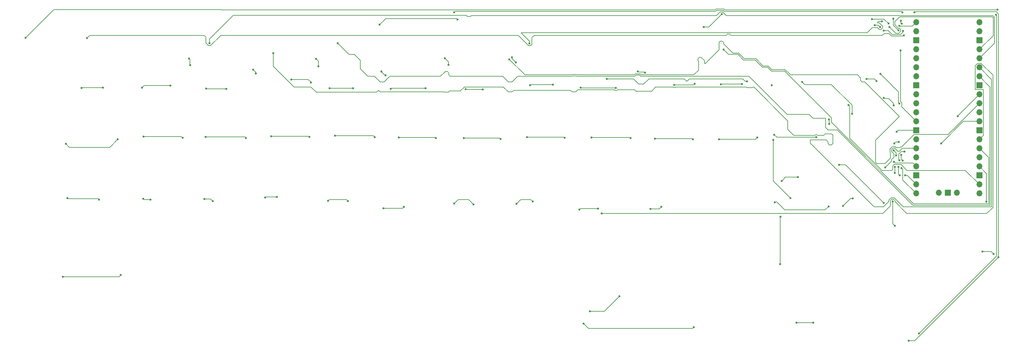
<source format=gbr>
%TF.GenerationSoftware,KiCad,Pcbnew,9.0.6*%
%TF.CreationDate,2025-12-29T14:25:08-05:00*%
%TF.ProjectId,keyboardepi pico,6b657962-6f61-4726-9465-706920706963,rev?*%
%TF.SameCoordinates,Original*%
%TF.FileFunction,Copper,L1,Top*%
%TF.FilePolarity,Positive*%
%FSLAX46Y46*%
G04 Gerber Fmt 4.6, Leading zero omitted, Abs format (unit mm)*
G04 Created by KiCad (PCBNEW 9.0.6) date 2025-12-29 14:25:08*
%MOMM*%
%LPD*%
G01*
G04 APERTURE LIST*
%TA.AperFunction,ComponentPad*%
%ADD10O,1.700000X1.700000*%
%TD*%
%TA.AperFunction,ComponentPad*%
%ADD11R,1.700000X1.700000*%
%TD*%
%TA.AperFunction,ViaPad*%
%ADD12C,0.600000*%
%TD*%
%TA.AperFunction,Conductor*%
%ADD13C,0.200000*%
%TD*%
G04 APERTURE END LIST*
D10*
%TO.P,U1,1,GPIO0*%
%TO.N,col0*%
X287496250Y-13970000D03*
%TO.P,U1,2,GPIO1*%
%TO.N,col1*%
X287496250Y-16510000D03*
D11*
%TO.P,U1,3,GND*%
%TO.N,unconnected-(U1-GND-Pad3)*%
X287496250Y-19050000D03*
D10*
%TO.P,U1,4,GPIO2*%
%TO.N,col2*%
X287496250Y-21590000D03*
%TO.P,U1,5,GPIO3*%
%TO.N,col3*%
X287496250Y-24130000D03*
%TO.P,U1,6,GPIO4*%
%TO.N,col4*%
X287496250Y-26670000D03*
%TO.P,U1,7,GPIO5*%
%TO.N,col5*%
X287496250Y-29210000D03*
D11*
%TO.P,U1,8,GND*%
%TO.N,unconnected-(U1-GND-Pad8)*%
X287496250Y-31750000D03*
D10*
%TO.P,U1,9,GPIO6*%
%TO.N,col6*%
X287496250Y-34290000D03*
%TO.P,U1,10,GPIO7*%
%TO.N,col7*%
X287496250Y-36830000D03*
%TO.P,U1,11,GPIO8*%
%TO.N,col8*%
X287496250Y-39370000D03*
%TO.P,U1,12,GPIO9*%
%TO.N,col9*%
X287496250Y-41910000D03*
D11*
%TO.P,U1,13,GND*%
%TO.N,unconnected-(U1-GND-Pad13)*%
X287496250Y-44450000D03*
D10*
%TO.P,U1,14,GPIO10*%
%TO.N,col10*%
X287496250Y-46990000D03*
%TO.P,U1,15,GPIO11*%
%TO.N,col11*%
X287496250Y-49530000D03*
%TO.P,U1,16,GPIO12*%
%TO.N,col12*%
X287496250Y-52070000D03*
%TO.P,U1,17,GPIO13*%
%TO.N,col13*%
X287496250Y-54610000D03*
D11*
%TO.P,U1,18,GND*%
%TO.N,unconnected-(U1-GND-Pad18)*%
X287496250Y-57150000D03*
D10*
%TO.P,U1,19,GPIO14*%
%TO.N,col14*%
X287496250Y-59690000D03*
%TO.P,U1,20,GPIO15*%
%TO.N,unconnected-(U1-GPIO15-Pad20)*%
X287496250Y-62230000D03*
%TO.P,U1,21,GPIO16*%
%TO.N,row0*%
X269716250Y-62230000D03*
%TO.P,U1,22,GPIO17*%
%TO.N,row1*%
X269716250Y-59690000D03*
D11*
%TO.P,U1,23,GND*%
%TO.N,unconnected-(U1-GND-Pad23)*%
X269716250Y-57150000D03*
D10*
%TO.P,U1,24,GPIO18*%
%TO.N,row2*%
X269716250Y-54610000D03*
%TO.P,U1,25,GPIO19*%
%TO.N,row3*%
X269716250Y-52070000D03*
%TO.P,U1,26,GPIO20*%
%TO.N,row4*%
X269716250Y-49530000D03*
%TO.P,U1,27,GPIO21*%
%TO.N,unconnected-(U1-GPIO21-Pad27)*%
X269716250Y-46990000D03*
D11*
%TO.P,U1,28,GND*%
%TO.N,gnd*%
X269716250Y-44450000D03*
D10*
%TO.P,U1,29,GPIO22*%
%TO.N,data in led*%
X269716250Y-41910000D03*
%TO.P,U1,30,RUN*%
%TO.N,unconnected-(U1-RUN-Pad30)*%
X269716250Y-39370000D03*
%TO.P,U1,31,GPIO26_ADC0*%
%TO.N,unconnected-(U1-GPIO26_ADC0-Pad31)*%
X269716250Y-36830000D03*
%TO.P,U1,32,GPIO27_ADC1*%
%TO.N,unconnected-(U1-GPIO27_ADC1-Pad32)*%
X269716250Y-34290000D03*
D11*
%TO.P,U1,33,AGND*%
%TO.N,unconnected-(U1-AGND-Pad33)*%
X269716250Y-31750000D03*
D10*
%TO.P,U1,34,GPIO28_ADC2*%
%TO.N,unconnected-(U1-GPIO28_ADC2-Pad34)*%
X269716250Y-29210000D03*
%TO.P,U1,35,ADC_VREF*%
%TO.N,unconnected-(U1-ADC_VREF-Pad35)*%
X269716250Y-26670000D03*
%TO.P,U1,36,3V3*%
%TO.N,unconnected-(U1-3V3-Pad36)*%
X269716250Y-24130000D03*
%TO.P,U1,37,3V3_EN*%
%TO.N,unconnected-(U1-3V3_EN-Pad37)*%
X269716250Y-21590000D03*
D11*
%TO.P,U1,38,GND*%
%TO.N,unconnected-(U1-GND-Pad38)*%
X269716250Y-19050000D03*
D10*
%TO.P,U1,39,VSYS*%
%TO.N,unconnected-(U1-VSYS-Pad39)*%
X269716250Y-16510000D03*
%TO.P,U1,40,VBUS*%
%TO.N,5v*%
X269716250Y-13970000D03*
%TO.P,U1,41,SWCLK*%
%TO.N,unconnected-(U1-SWCLK-Pad41)*%
X281146250Y-62000000D03*
D11*
%TO.P,U1,42,GND*%
%TO.N,unconnected-(U1-GND-Pad42)*%
X278606250Y-62000000D03*
D10*
%TO.P,U1,43,SWDIO*%
%TO.N,unconnected-(U1-SWDIO-Pad43)*%
X276066250Y-62000000D03*
%TD*%
D12*
%TO.N,row4*%
X263753600Y-71348600D03*
X261010400Y-54914800D03*
X240817400Y-98679000D03*
X236016800Y-98679000D03*
X207137000Y-99974400D03*
X176149000Y-98933000D03*
%TO.N,Net-(D6-A)*%
X120472200Y-28956000D03*
%TO.N,Net-(D5-A)*%
X101549200Y-26339800D03*
%TO.N,Net-(D3-A)*%
X65506600Y-26009600D03*
%TO.N,row0*%
X34950400Y-32435800D03*
X40944800Y-32385000D03*
X51943000Y-32385000D03*
X59893200Y-31775400D03*
X69977000Y-32613600D03*
X75692000Y-32689800D03*
X99466400Y-30962600D03*
X111302800Y-32562800D03*
X104749600Y-32537400D03*
X121894600Y-32766000D03*
X131724400Y-32537400D03*
X147828000Y-32918400D03*
X142976600Y-32842200D03*
X161112200Y-31699200D03*
X167563800Y-31546800D03*
X175336200Y-32359600D03*
X185267600Y-32512000D03*
X207441800Y-31292800D03*
X201701400Y-31623000D03*
X214757000Y-31445200D03*
X220726000Y-31394400D03*
X258572000Y-30530800D03*
X255803400Y-29895800D03*
%TO.N,Net-(D4-A)*%
X83235800Y-27330400D03*
X83947000Y-28422600D03*
%TO.N,row3*%
X29718000Y-85699600D03*
X45999400Y-85242400D03*
%TO.N,row2*%
X31013400Y-63525400D03*
X39903400Y-64008000D03*
X52349400Y-63754000D03*
X54330600Y-63931800D03*
X71882000Y-64414400D03*
X69520251Y-63800151D03*
X89916000Y-63195200D03*
X86639400Y-63373000D03*
X104292400Y-64287400D03*
X109880400Y-64363600D03*
X125603000Y-66014600D03*
X119862600Y-66421000D03*
X139776200Y-65100200D03*
X145186400Y-65328800D03*
X157302200Y-65151000D03*
X161848800Y-64516000D03*
X180213000Y-66548000D03*
X175031400Y-66725800D03*
X194970400Y-66598800D03*
X198018400Y-66014600D03*
X245084600Y-65913000D03*
X229920800Y-64693800D03*
X251891800Y-63627000D03*
X249174000Y-65735200D03*
%TO.N,row1*%
X214299800Y-46939200D03*
X225018600Y-46431200D03*
X206883000Y-46939200D03*
X196240400Y-46812200D03*
X189357000Y-46609000D03*
X178409600Y-46431200D03*
X160248600Y-46329600D03*
X170865800Y-46558200D03*
X152831800Y-46837600D03*
X142519400Y-46609000D03*
X134569200Y-46609000D03*
X124206000Y-46456600D03*
X106273600Y-45923200D03*
X117398800Y-46355000D03*
X88290400Y-46126400D03*
X99060000Y-46304200D03*
X81203800Y-46609000D03*
X69875400Y-46304200D03*
X52400200Y-46151800D03*
X63373000Y-46507400D03*
X45110400Y-46964600D03*
X30556200Y-48260000D03*
X229793800Y-45643800D03*
X241604800Y-46355000D03*
%TO.N,Net-(D120-A)*%
X245193879Y-41345800D03*
X245262400Y-42595800D03*
%TO.N,row1*%
X264820400Y-47726600D03*
%TO.N,row0*%
X93954600Y-30073600D03*
X229057200Y-31673800D03*
X265506200Y-51333400D03*
X265627806Y-55103777D03*
X265912600Y-52933600D03*
%TO.N,Net-(D3-A)*%
X65151000Y-24155400D03*
%TO.N,Net-(D5-A)*%
X100888800Y-24257000D03*
%TO.N,Net-(D6-A)*%
X119303800Y-27813000D03*
%TO.N,Net-(D7-A)*%
X137134600Y-24104600D03*
X138125200Y-25984200D03*
%TO.N,Net-(D8-A)*%
X157099000Y-25273000D03*
X156006800Y-23876000D03*
%TO.N,Net-(D10-A)*%
X193421000Y-28186000D03*
X191389000Y-27814000D03*
%TO.N,data in led*%
X265353800Y-21920200D03*
X265836400Y-11150600D03*
X139801600Y-11114800D03*
X263296400Y-12903200D03*
X264718800Y-16230600D03*
%TO.N,gnd*%
X259588000Y-15290800D03*
X264718800Y-54737000D03*
X266012253Y-16354694D03*
X265054864Y-57114200D03*
X260604000Y-16306800D03*
X264971728Y-52906397D03*
X264210800Y-44831000D03*
X258038600Y-14782800D03*
X266454687Y-50389752D03*
%TO.N,5v*%
X267589000Y-103733600D03*
X257302000Y-13055600D03*
X291465000Y-79324200D03*
X265024479Y-14931622D03*
X177927000Y-95504000D03*
X288391600Y-78638400D03*
X261950200Y-14300200D03*
X269240000Y-11114800D03*
X292875543Y-80211400D03*
X186258200Y-91262200D03*
%TO.N,row1*%
X263550400Y-48133000D03*
X263753600Y-54762400D03*
X263702800Y-56464200D03*
X264083800Y-51511200D03*
X266566248Y-57150000D03*
X263423400Y-50114200D03*
%TO.N,Net-(D29-DOUT)*%
X118795800Y-14605000D03*
X140716000Y-13131800D03*
%TO.N,row2*%
X263433800Y-53335219D03*
%TO.N,Net-(D44-DOUT)*%
X215036400Y-11684000D03*
X209956400Y-15290800D03*
%TO.N,Net-(D59-DOUT)*%
X270535400Y-101701600D03*
X292151895Y-11848848D03*
%TO.N,row4*%
X263118600Y-64516000D03*
%TO.N,col0*%
X19170388Y-18355748D03*
X292633400Y-10337800D03*
%TO.N,col1*%
X266297619Y-17654494D03*
X36449000Y-18389600D03*
%TO.N,col2*%
X262204200Y-15290800D03*
%TO.N,col3*%
X70949000Y-19890000D03*
%TO.N,col4*%
X88925400Y-22682200D03*
%TO.N,col5*%
X106979000Y-19890000D03*
%TO.N,col6*%
X264987950Y-36891865D03*
X259664200Y-28498800D03*
X281406600Y-40436800D03*
%TO.N,col7*%
X155295600Y-24434800D03*
%TO.N,col8*%
X260096000Y-13705600D03*
X160979000Y-19900000D03*
X265676187Y-14385929D03*
X265455400Y-13469000D03*
%TO.N,col9*%
X182727600Y-29946600D03*
X222182881Y-30595000D03*
X251688600Y-39725600D03*
X237667800Y-30759400D03*
X263403800Y-37389018D03*
X260604000Y-35280600D03*
X276783800Y-48107600D03*
%TO.N,col10*%
X181229000Y-67868800D03*
%TO.N,col11*%
X215519000Y-21666200D03*
%TO.N,col12*%
X248031000Y-54152800D03*
X236448600Y-57581800D03*
X260604000Y-64922400D03*
X231876600Y-58749000D03*
%TO.N,col14*%
X250721023Y-37278977D03*
%TO.N,col13*%
X231495600Y-82143600D03*
X289460200Y-64530843D03*
X234365800Y-63576200D03*
X229539800Y-47091600D03*
X231546400Y-68783200D03*
%TD*%
D13*
%TO.N,row4*%
X263118600Y-70713600D02*
X263118600Y-64516000D01*
X263753600Y-71348600D02*
X263118600Y-70713600D01*
X236016800Y-98679000D02*
X240817400Y-98679000D01*
X176149000Y-98933000D02*
X177517000Y-100301000D01*
X177517000Y-100301000D02*
X206810400Y-100301000D01*
X206810400Y-100301000D02*
X207137000Y-99974400D01*
%TO.N,Net-(D6-A)*%
X120269000Y-28956000D02*
X120472200Y-28956000D01*
X119507000Y-28194000D02*
X120269000Y-28956000D01*
%TO.N,Net-(D5-A)*%
X101549200Y-24917400D02*
X100888800Y-24257000D01*
X101549200Y-26339800D02*
X101549200Y-24917400D01*
%TO.N,Net-(D3-A)*%
X65405000Y-25908000D02*
X65506600Y-26009600D01*
X65405000Y-24409400D02*
X65405000Y-25908000D01*
%TO.N,row0*%
X35001200Y-32385000D02*
X34950400Y-32435800D01*
X40944800Y-32385000D02*
X35001200Y-32385000D01*
X52552600Y-31775400D02*
X51943000Y-32385000D01*
X59893200Y-31775400D02*
X52552600Y-31775400D01*
X75692000Y-32689800D02*
X70053200Y-32689800D01*
X70053200Y-32689800D02*
X69977000Y-32613600D01*
X99466400Y-30962600D02*
X99466400Y-30813200D01*
X99466400Y-30813200D02*
X98726800Y-30073600D01*
X111302800Y-32562800D02*
X104775000Y-32562800D01*
X104775000Y-32562800D02*
X104749600Y-32537400D01*
X131724400Y-32537400D02*
X122123200Y-32537400D01*
X122123200Y-32537400D02*
X121894600Y-32766000D01*
X147828000Y-32918400D02*
X143052800Y-32918400D01*
X143052800Y-32918400D02*
X142976600Y-32842200D01*
X161264600Y-31546800D02*
X161112200Y-31699200D01*
X167563800Y-31546800D02*
X161264600Y-31546800D01*
X175488600Y-32512000D02*
X175336200Y-32359600D01*
X185267600Y-32512000D02*
X175488600Y-32512000D01*
%TO.N,col4*%
X94722722Y-32201000D02*
X88925400Y-26403678D01*
X99468040Y-32201000D02*
X94722722Y-32201000D01*
X117970240Y-33696200D02*
X100963240Y-33696200D01*
X138126960Y-33620000D02*
X137056640Y-33620000D01*
X141509700Y-33304160D02*
X138442800Y-33304160D01*
X154989040Y-33594600D02*
X153595440Y-32201000D01*
X156535760Y-33118200D02*
X156059360Y-33594600D01*
X88925400Y-26403678D02*
X88925400Y-22682200D01*
X118521840Y-33144600D02*
X117970240Y-33696200D01*
X172921440Y-33569200D02*
X172470440Y-33118200D01*
X137056640Y-33620000D02*
X137031240Y-33594600D01*
X184849961Y-33013600D02*
X174547360Y-33013600D01*
X184998361Y-33162000D02*
X184849961Y-33013600D01*
X185536839Y-33162000D02*
X184998361Y-33162000D01*
X118971840Y-33594600D02*
X118521840Y-33144600D01*
X190526840Y-33013600D02*
X185685239Y-33013600D01*
X153595440Y-32201000D02*
X142612860Y-32201000D01*
X196443860Y-32201000D02*
X195278860Y-33366000D01*
X201360161Y-32201000D02*
X196443860Y-32201000D01*
X201970639Y-32273000D02*
X201432161Y-32273000D01*
X190879240Y-33366000D02*
X190526840Y-33013600D01*
X221934161Y-32201000D02*
X202042639Y-32201000D01*
X142612860Y-32201000D02*
X141509700Y-33304160D01*
X222158561Y-32425400D02*
X221934161Y-32201000D01*
X223560639Y-32425400D02*
X222158561Y-32425400D01*
X223785039Y-32201000D02*
X223560639Y-32425400D01*
X233624000Y-41758722D02*
X224066278Y-32201000D01*
X233624000Y-44141278D02*
X233624000Y-41758722D01*
X235308722Y-45826000D02*
X233624000Y-44141278D01*
X241335561Y-45705000D02*
X241214561Y-45826000D01*
X174547360Y-33013600D02*
X173991760Y-33569200D01*
X241874039Y-45705000D02*
X241335561Y-45705000D01*
X195278860Y-33366000D02*
X190879240Y-33366000D01*
X244094086Y-45456200D02*
X243724286Y-45826000D01*
X245975360Y-45456200D02*
X244094086Y-45456200D01*
X185685239Y-33013600D02*
X185536839Y-33162000D01*
X246291200Y-45772040D02*
X245975360Y-45456200D01*
X246291200Y-48125039D02*
X246291200Y-45772040D01*
X138442800Y-33304160D02*
X138126960Y-33620000D01*
X245887239Y-48529000D02*
X246291200Y-48125039D01*
X245348761Y-48529000D02*
X245887239Y-48529000D01*
X244968000Y-48148239D02*
X245348761Y-48529000D01*
X244968000Y-47741839D02*
X244968000Y-48148239D01*
X173991760Y-33569200D02*
X172921440Y-33569200D01*
X244384361Y-47158200D02*
X244968000Y-47741839D01*
X239972600Y-47158200D02*
X244384361Y-47158200D01*
X241995039Y-45826000D02*
X241874039Y-45705000D01*
X239947400Y-47183400D02*
X239972600Y-47158200D01*
X201432161Y-32273000D02*
X201360161Y-32201000D01*
X100963240Y-33696200D02*
X99468040Y-32201000D01*
X156059360Y-33594600D02*
X154989040Y-33594600D01*
X239947400Y-48082122D02*
X239947400Y-47183400D01*
X224066278Y-32201000D02*
X223785039Y-32201000D01*
X172470440Y-33118200D02*
X156535760Y-33118200D01*
X257846121Y-65980843D02*
X239947400Y-48082122D01*
X262068600Y-64434628D02*
X260522385Y-65980843D01*
X262068600Y-64081076D02*
X262068600Y-64434628D01*
X243724286Y-45826000D02*
X241995039Y-45826000D01*
X262683675Y-63466000D02*
X262068600Y-64081076D01*
X266068367Y-65980843D02*
X263553524Y-63466000D01*
X202042639Y-32201000D02*
X201970639Y-32273000D01*
X260522385Y-65980843D02*
X257846121Y-65980843D01*
X241214561Y-45826000D02*
X235308722Y-45826000D01*
X263553524Y-63466000D02*
X262683675Y-63466000D01*
X290912200Y-65980843D02*
X266068367Y-65980843D01*
X290912200Y-30085950D02*
X290912200Y-65980843D01*
X137031240Y-33594600D02*
X118971840Y-33594600D01*
X287496250Y-26670000D02*
X290912200Y-30085950D01*
%TO.N,row0*%
X207111600Y-31623000D02*
X207441800Y-31292800D01*
X201701400Y-31623000D02*
X207111600Y-31623000D01*
X214807800Y-31394400D02*
X214757000Y-31445200D01*
%TO.N,col9*%
X221679200Y-30595000D02*
X222182881Y-30595000D01*
X220983200Y-29899000D02*
X221679200Y-30595000D01*
X205914600Y-29899000D02*
X220983200Y-29899000D01*
X205206600Y-30607000D02*
X205914600Y-29899000D01*
X204498600Y-29899000D02*
X205206600Y-30607000D01*
X194547143Y-29899000D02*
X204498600Y-29899000D01*
X193060343Y-31385800D02*
X194547143Y-29899000D01*
X191699040Y-31385800D02*
X193060343Y-31385800D01*
X190212240Y-29899000D02*
X191699040Y-31385800D01*
X182775200Y-29899000D02*
X190212240Y-29899000D01*
%TO.N,row0*%
X220726000Y-31394400D02*
X214807800Y-31394400D01*
%TO.N,col9*%
X182727600Y-29946600D02*
X182775200Y-29899000D01*
%TO.N,row0*%
X257937000Y-29895800D02*
X258572000Y-30530800D01*
X255803400Y-29895800D02*
X257937000Y-29895800D01*
%TO.N,Net-(D4-A)*%
X83947000Y-28041600D02*
X83947000Y-28422600D01*
X83235800Y-27330400D02*
X83947000Y-28041600D01*
%TO.N,row3*%
X29718000Y-85699600D02*
X45542200Y-85699600D01*
X45542200Y-85699600D02*
X45999400Y-85242400D01*
%TO.N,row2*%
X32639000Y-63677800D02*
X31165800Y-63677800D01*
X31165800Y-63677800D02*
X31013400Y-63525400D01*
X39573200Y-63677800D02*
X32639000Y-63677800D01*
X39903400Y-64008000D02*
X39573200Y-63677800D01*
X52527200Y-63931800D02*
X52349400Y-63754000D01*
X54330600Y-63931800D02*
X52527200Y-63931800D01*
X71267751Y-63800151D02*
X69520251Y-63800151D01*
X71882000Y-64414400D02*
X71267751Y-63800151D01*
X89916000Y-63195200D02*
X86817200Y-63195200D01*
X86817200Y-63195200D02*
X86639400Y-63373000D01*
X104630800Y-63949000D02*
X104292400Y-64287400D01*
X109880400Y-64363600D02*
X109465800Y-63949000D01*
X109465800Y-63949000D02*
X104630800Y-63949000D01*
X125603000Y-66014600D02*
X125196600Y-66421000D01*
X125196600Y-66421000D02*
X119862600Y-66421000D01*
X143856600Y-63999000D02*
X140877400Y-63999000D01*
X145186400Y-65328800D02*
X143856600Y-63999000D01*
X140877400Y-63999000D02*
X139776200Y-65100200D01*
X161848800Y-64516000D02*
X161281800Y-63949000D01*
X158504200Y-63949000D02*
X157302200Y-65151000D01*
X161281800Y-63949000D02*
X158504200Y-63949000D01*
X175209200Y-66548000D02*
X175031400Y-66725800D01*
X180213000Y-66548000D02*
X175209200Y-66548000D01*
X198018400Y-66014600D02*
X197434200Y-66598800D01*
X197434200Y-66598800D02*
X194970400Y-66598800D01*
X244119400Y-66878200D02*
X245084600Y-65913000D01*
X232740200Y-66878200D02*
X244119400Y-66878200D01*
X230495200Y-64633200D02*
X232740200Y-66878200D01*
X229981400Y-64633200D02*
X230495200Y-64633200D01*
X229920800Y-64693800D02*
X229981400Y-64633200D01*
X251282200Y-63627000D02*
X251891800Y-63627000D01*
X249174000Y-65735200D02*
X251282200Y-63627000D01*
%TO.N,row1*%
X224510600Y-46939200D02*
X225018600Y-46431200D01*
X214299800Y-46939200D02*
X224510600Y-46939200D01*
X206756000Y-46812200D02*
X206883000Y-46939200D01*
X196240400Y-46812200D02*
X206756000Y-46812200D01*
X189179200Y-46431200D02*
X189357000Y-46609000D01*
X178409600Y-46431200D02*
X189179200Y-46431200D01*
X170637200Y-46329600D02*
X170865800Y-46558200D01*
X160248600Y-46329600D02*
X170637200Y-46329600D01*
X152603200Y-46609000D02*
X152831800Y-46837600D01*
X142519400Y-46609000D02*
X152603200Y-46609000D01*
X124206000Y-46456600D02*
X134416800Y-46456600D01*
X134416800Y-46456600D02*
X134569200Y-46609000D01*
X106273600Y-45923200D02*
X116967000Y-45923200D01*
X116967000Y-45923200D02*
X117398800Y-46355000D01*
X98882200Y-46126400D02*
X99060000Y-46304200D01*
X88290400Y-46126400D02*
X98882200Y-46126400D01*
X80899000Y-46304200D02*
X81203800Y-46609000D01*
X69875400Y-46304200D02*
X80899000Y-46304200D01*
X63017400Y-46151800D02*
X63373000Y-46507400D01*
X52400200Y-46151800D02*
X63017400Y-46151800D01*
X31497200Y-49201000D02*
X42874000Y-49201000D01*
X30556200Y-48260000D02*
X31497200Y-49201000D01*
X42874000Y-49201000D02*
X45110400Y-46964600D01*
X230505000Y-46355000D02*
X229793800Y-45643800D01*
X241604800Y-46355000D02*
X230505000Y-46355000D01*
%TO.N,Net-(D120-A)*%
X245262400Y-41414321D02*
X245193879Y-41345800D01*
X245262400Y-42595800D02*
X245262400Y-41414321D01*
%TO.N,data in led*%
X265637950Y-37831700D02*
X269716250Y-41910000D01*
X265637950Y-36622626D02*
X265637950Y-37831700D01*
X265353800Y-21920200D02*
X265353800Y-36338476D01*
%TO.N,col6*%
X264769600Y-36673515D02*
X264987950Y-36891865D01*
X264769600Y-33604200D02*
X264769600Y-36673515D01*
X263540000Y-32374600D02*
X264769600Y-33604200D01*
X263052800Y-31993839D02*
X263433561Y-32374600D01*
X263052800Y-31887400D02*
X263052800Y-31993839D01*
X259664200Y-28498800D02*
X263052800Y-31887400D01*
X263433561Y-32374600D02*
X263540000Y-32374600D01*
%TO.N,data in led*%
X265353800Y-36338476D02*
X265637950Y-36622626D01*
%TO.N,row1*%
X263956800Y-47726600D02*
X263550400Y-48133000D01*
X264820400Y-47726600D02*
X263956800Y-47726600D01*
%TO.N,row0*%
X265506200Y-51333400D02*
X265506200Y-52527200D01*
X269716250Y-62230000D02*
X265916248Y-58429998D01*
X265916248Y-55392219D02*
X265627806Y-55103777D01*
X265506200Y-52527200D02*
X265912600Y-52933600D01*
X98726800Y-30073600D02*
X93954600Y-30073600D01*
X265916248Y-58429998D02*
X265916248Y-55392219D01*
%TO.N,Net-(D3-A)*%
X65405000Y-24409400D02*
X65151000Y-24155400D01*
%TO.N,Net-(D6-A)*%
X119303800Y-27813000D02*
X119303800Y-27990800D01*
X119303800Y-27990800D02*
X119507000Y-28194000D01*
%TO.N,Net-(D7-A)*%
X138125200Y-25095200D02*
X137134600Y-24104600D01*
X138125200Y-25984200D02*
X138125200Y-25095200D01*
%TO.N,Net-(D8-A)*%
X156006800Y-24180800D02*
X157099000Y-25273000D01*
X156006800Y-23876000D02*
X156006800Y-24180800D01*
%TO.N,Net-(D10-A)*%
X191565800Y-27990800D02*
X191389000Y-27814000D01*
X193421000Y-28186000D02*
X193225800Y-27990800D01*
X193225800Y-27990800D02*
X191565800Y-27990800D01*
%TO.N,data in led*%
X215471324Y-10634000D02*
X213481829Y-10634000D01*
X215759325Y-10922000D02*
X215471324Y-10634000D01*
X265607800Y-10922000D02*
X215759325Y-10922000D01*
X213481829Y-10634000D02*
X213193829Y-10922000D01*
X213193829Y-10922000D02*
X139994400Y-10922000D01*
X265836400Y-11150600D02*
X265607800Y-10922000D01*
X263296400Y-14808200D02*
X264718800Y-16230600D01*
X139994400Y-10922000D02*
X139801600Y-11114800D01*
X263296400Y-12903200D02*
X263296400Y-14808200D01*
%TO.N,gnd*%
X259080000Y-14782800D02*
X259588000Y-15290800D01*
X265530609Y-50389752D02*
X264856200Y-51064161D01*
X262965030Y-17437000D02*
X265304172Y-17437000D01*
X265304172Y-17437000D02*
X266012253Y-16728919D01*
X264210800Y-44831000D02*
X264591800Y-44450000D01*
X264845800Y-52780469D02*
X264971728Y-52906397D01*
X266012253Y-16728919D02*
X266012253Y-16354694D01*
X258038600Y-14782800D02*
X259080000Y-14782800D01*
X260604000Y-16306800D02*
X261834830Y-16306800D01*
X266454687Y-50389752D02*
X265530609Y-50389752D01*
X261834830Y-16306800D02*
X262965030Y-17437000D01*
X264856200Y-51602639D02*
X264845800Y-51613039D01*
X264718800Y-54737000D02*
X264718800Y-56778136D01*
X264845800Y-51613039D02*
X264845800Y-52780469D01*
X264856200Y-51064161D02*
X264856200Y-51602639D01*
X264718800Y-56778136D02*
X265054864Y-57114200D01*
X264591800Y-44450000D02*
X269716250Y-44450000D01*
%TO.N,5v*%
X292875543Y-80211400D02*
X292875543Y-11653257D01*
X290779200Y-78638400D02*
X291465000Y-79324200D01*
X269716250Y-13970000D02*
X268617213Y-15069037D01*
X292875543Y-11653257D02*
X292220486Y-10998200D01*
X269353343Y-103733600D02*
X292875543Y-80211400D01*
X257302000Y-13055600D02*
X260705600Y-13055600D01*
X265161894Y-15069037D02*
X265024479Y-14931622D01*
X182016400Y-95504000D02*
X177927000Y-95504000D01*
X288391600Y-78638400D02*
X290779200Y-78638400D01*
X260705600Y-13055600D02*
X261950200Y-14300200D01*
X292220486Y-10998200D02*
X269356600Y-10998200D01*
X186258200Y-91262200D02*
X182016400Y-95504000D01*
X267589000Y-103733600D02*
X269353343Y-103733600D01*
X269356600Y-10998200D02*
X269240000Y-11114800D01*
X268617213Y-15069037D02*
X265161894Y-15069037D01*
%TO.N,row1*%
X263702800Y-54813200D02*
X263753600Y-54762400D01*
X264083800Y-50774600D02*
X263423400Y-50114200D01*
X264083800Y-51511200D02*
X264083800Y-50774600D01*
X267176250Y-57150000D02*
X266566248Y-57150000D01*
X263702800Y-56464200D02*
X263702800Y-54813200D01*
X269716250Y-59690000D02*
X267176250Y-57150000D01*
%TO.N,Net-(D29-DOUT)*%
X120345200Y-12877800D02*
X140462000Y-12877800D01*
X118795800Y-14605000D02*
X120345200Y-13055600D01*
X140462000Y-12877800D02*
X140716000Y-13131800D01*
X120345200Y-13055600D02*
X120345200Y-12877800D01*
%TO.N,row2*%
X269716250Y-54610000D02*
X268776450Y-53670200D01*
X263768781Y-53670200D02*
X263433800Y-53335219D01*
X268776450Y-53670200D02*
X263768781Y-53670200D01*
%TO.N,Net-(D44-DOUT)*%
X209956400Y-15290800D02*
X211429600Y-15290800D01*
X211429600Y-15290800D02*
X215036400Y-11684000D01*
%TO.N,Net-(D59-DOUT)*%
X292379400Y-12076353D02*
X292151895Y-11848848D01*
X270535400Y-101701600D02*
X292379400Y-79857600D01*
X292379400Y-79857600D02*
X292379400Y-12076353D01*
%TO.N,col0*%
X74338915Y-10363200D02*
X27162936Y-10363200D01*
X74440515Y-10464800D02*
X74338915Y-10363200D01*
X213085344Y-10464800D02*
X74440515Y-10464800D01*
X215637009Y-10234000D02*
X213316143Y-10234000D01*
X215867809Y-10464800D02*
X215637009Y-10234000D01*
X27162936Y-10363200D02*
X19170388Y-18355748D01*
X213316143Y-10234000D02*
X213085344Y-10464800D01*
X292633400Y-10337800D02*
X292506400Y-10464800D01*
X292506400Y-10464800D02*
X215867809Y-10464800D01*
%TO.N,col1*%
X36449000Y-18389600D02*
X37211000Y-17627600D01*
X217209867Y-17237068D02*
X217590628Y-17617829D01*
X161248239Y-20550000D02*
X161629000Y-20169239D01*
X69436714Y-17627600D02*
X69881800Y-18072686D01*
X216290628Y-17627600D02*
X216290628Y-17617829D01*
X260202439Y-17627600D02*
X260716839Y-17113200D01*
X161629000Y-20169239D02*
X161629000Y-18260686D01*
X217590628Y-17627600D02*
X260202439Y-17627600D01*
X216671389Y-17237068D02*
X217209867Y-17237068D01*
X161629000Y-18260686D02*
X162262086Y-17627600D01*
X262075545Y-17113200D02*
X262799344Y-17837000D01*
X266115113Y-17837000D02*
X266297619Y-17654494D01*
X262799344Y-17837000D02*
X266115113Y-17837000D01*
X217590628Y-17617829D02*
X217590628Y-17627600D01*
X70679761Y-20540000D02*
X71218239Y-20540000D01*
X160709761Y-20550000D02*
X161248239Y-20550000D01*
X69881800Y-19742039D02*
X70679761Y-20540000D01*
X216290628Y-17617829D02*
X216671389Y-17237068D01*
X157787361Y-17627600D02*
X160709761Y-20550000D01*
X74130639Y-17627600D02*
X157787361Y-17627600D01*
X69881800Y-18072686D02*
X69881800Y-19742039D01*
X37211000Y-17627600D02*
X69436714Y-17627600D01*
X162262086Y-17627600D02*
X216290628Y-17627600D01*
X260716839Y-17113200D02*
X262075545Y-17113200D01*
X71218239Y-20540000D02*
X74130639Y-17627600D01*
%TO.N,col2*%
X264634486Y-15580600D02*
X263696400Y-14642514D01*
X263696400Y-13798600D02*
X265055400Y-12439600D01*
X263950400Y-17037000D02*
X264831639Y-17037000D01*
X291052200Y-12439600D02*
X291388800Y-12776200D01*
X291388800Y-12776200D02*
X291388800Y-17697450D01*
X264831639Y-17037000D02*
X265368800Y-16499839D01*
X264988039Y-15580600D02*
X264634486Y-15580600D01*
X265055400Y-12439600D02*
X291052200Y-12439600D01*
X291388800Y-17697450D02*
X287496250Y-21590000D01*
X265368800Y-16499839D02*
X265368800Y-15961361D01*
X265368800Y-15961361D02*
X264988039Y-15580600D01*
X263696400Y-14642514D02*
X263696400Y-13798600D01*
X262204200Y-15290800D02*
X263950400Y-17037000D01*
%TO.N,col3*%
X214513161Y-11034000D02*
X215305639Y-11034000D01*
X144261839Y-12359400D02*
X144581639Y-12039600D01*
X77615200Y-11973800D02*
X143136761Y-11973800D01*
X213507561Y-12039600D02*
X214513161Y-11034000D01*
X215305639Y-11034000D02*
X216311239Y-12039600D01*
X70949000Y-18640000D02*
X77615200Y-11973800D01*
X143136761Y-11973800D02*
X143522361Y-12359400D01*
X216311239Y-12039600D02*
X291219300Y-12039600D01*
X70949000Y-19890000D02*
X70949000Y-18640000D01*
X291789800Y-12610100D02*
X291789800Y-19836450D01*
X144581639Y-12039600D02*
X213507561Y-12039600D01*
X143522361Y-12359400D02*
X144261839Y-12359400D01*
X291219300Y-12039600D02*
X291789800Y-12610100D01*
X291789800Y-19836450D02*
X287496250Y-24130000D01*
%TO.N,col6*%
X281406600Y-40436800D02*
X281406600Y-40379650D01*
X281406600Y-40379650D02*
X287496250Y-34290000D01*
%TO.N,col8*%
X158597600Y-16891000D02*
X216451772Y-16891000D01*
X260238000Y-15021561D02*
X259325554Y-14109115D01*
X216505703Y-16837068D02*
X217375552Y-16837068D01*
X259318761Y-15940800D02*
X259857239Y-15940800D01*
X217429485Y-16891000D02*
X255905000Y-16891000D01*
X259325554Y-14109115D02*
X258819600Y-14109115D01*
X255905000Y-16891000D02*
X257363200Y-15432800D01*
X160979000Y-19900000D02*
X160979000Y-19272400D01*
X258819600Y-13976400D02*
X259090400Y-13705600D01*
X258819600Y-14109115D02*
X258819600Y-13976400D01*
X160979000Y-19272400D02*
X158597600Y-16891000D01*
X260238000Y-15560039D02*
X260238000Y-15021561D01*
X265455400Y-14306133D02*
X265535196Y-14385929D01*
X265535196Y-14385929D02*
X265676187Y-14385929D01*
X216451772Y-16891000D02*
X216505703Y-16837068D01*
X259857239Y-15940800D02*
X260238000Y-15560039D01*
X258810761Y-15432800D02*
X259318761Y-15940800D01*
X265455400Y-13469000D02*
X265455400Y-14306133D01*
X259090400Y-13705600D02*
X260096000Y-13705600D01*
X257363200Y-15432800D02*
X258810761Y-15432800D01*
X217375552Y-16837068D02*
X217429485Y-16891000D01*
%TO.N,col9*%
X282981400Y-41910000D02*
X276783800Y-48107600D01*
X238429800Y-31521400D02*
X237667800Y-30759400D01*
X245882686Y-31521400D02*
X238429800Y-31521400D01*
X251688600Y-39725600D02*
X251688600Y-37327314D01*
X260604000Y-35280600D02*
X260756400Y-35433000D01*
X261950200Y-35433000D02*
X263403800Y-36886600D01*
X260756400Y-35433000D02*
X261950200Y-35433000D01*
X287496250Y-41910000D02*
X282981400Y-41910000D01*
X263403800Y-36886600D02*
X263403800Y-37389018D01*
X251688600Y-37327314D02*
X245882686Y-31521400D01*
%TO.N,col10*%
X263768600Y-64574914D02*
X263768600Y-64246761D01*
X262468600Y-64246761D02*
X262468600Y-65717914D01*
X288647250Y-32901000D02*
X286345250Y-32901000D01*
X286345250Y-32901000D02*
X286345250Y-26193240D01*
X262468600Y-65717914D02*
X260317714Y-67868800D01*
X287973010Y-25519000D02*
X291313200Y-28859190D01*
X262849361Y-63866000D02*
X262468600Y-64246761D01*
X288647250Y-45839000D02*
X288647250Y-32901000D01*
X291313200Y-28859190D02*
X291313200Y-66146943D01*
X289591343Y-67868800D02*
X267062486Y-67868800D01*
X267062486Y-67868800D02*
X263768600Y-64574914D01*
X287496250Y-46990000D02*
X288647250Y-45839000D01*
X291313200Y-66146943D02*
X289591343Y-67868800D01*
X263768600Y-64246761D02*
X263387839Y-63866000D01*
X260317714Y-67868800D02*
X181229000Y-67868800D01*
X287019490Y-25519000D02*
X287973010Y-25519000D01*
X286345250Y-26193240D02*
X287019490Y-25519000D01*
X263387839Y-63866000D02*
X262849361Y-63866000D01*
%TO.N,col12*%
X232714800Y-57581800D02*
X232714800Y-57910800D01*
X232714800Y-57910800D02*
X231876600Y-58749000D01*
X249834400Y-54152800D02*
X248031000Y-54152800D01*
X236448600Y-57581800D02*
X232714800Y-57581800D01*
X260604000Y-64922400D02*
X249834400Y-54152800D01*
%TO.N,col13*%
X234365800Y-63576200D02*
X229539800Y-58750200D01*
X231495600Y-68834000D02*
X231546400Y-68783200D01*
X287496250Y-54610000D02*
X289460200Y-56573950D01*
X229539800Y-58750200D02*
X229539800Y-47091600D01*
X289460200Y-56573950D02*
X289460200Y-64530843D01*
X231495600Y-82143600D02*
X231495600Y-68834000D01*
%TO.N,col7*%
X278725250Y-45601000D02*
X287496250Y-36830000D01*
X269132350Y-45601000D02*
X278725250Y-45601000D01*
X265552550Y-49180800D02*
X269132350Y-45601000D01*
X265188115Y-49180800D02*
X265552550Y-49180800D01*
X265076115Y-49292800D02*
X265188115Y-49180800D01*
X262988476Y-49064200D02*
X263858325Y-49064200D01*
X262424200Y-52309150D02*
X262424200Y-50599925D01*
X258678657Y-53788600D02*
X260944750Y-53788600D01*
X255231343Y-30774400D02*
X264978200Y-40521257D01*
X254112000Y-30393639D02*
X254492761Y-30774400D01*
X254112000Y-29655057D02*
X254112000Y-30393639D01*
X253242943Y-28786000D02*
X254112000Y-29655057D01*
X221331964Y-24199000D02*
X224604578Y-24199000D01*
X215550000Y-19984314D02*
X218189686Y-22624000D01*
X215550000Y-19630761D02*
X215550000Y-19984314D01*
X215169239Y-19250000D02*
X215550000Y-19630761D01*
X214630761Y-19250000D02*
X215169239Y-19250000D01*
X214250000Y-19630761D02*
X214630761Y-19250000D01*
X210400314Y-25584200D02*
X214250000Y-21734514D01*
X210198286Y-24798847D02*
X210198286Y-25584200D01*
X209235039Y-23835600D02*
X210198286Y-24798847D01*
X208696561Y-23835600D02*
X209235039Y-23835600D01*
X208315800Y-24216361D02*
X208696561Y-23835600D01*
X208315800Y-24754839D02*
X208315800Y-24216361D01*
X208489600Y-27494914D02*
X208489600Y-24928639D01*
X207198514Y-28786000D02*
X208489600Y-27494914D01*
X190391554Y-28786000D02*
X190713555Y-28464000D01*
X172636954Y-28786000D02*
X172755755Y-28667200D01*
X159646800Y-28786000D02*
X172636954Y-28786000D01*
X155295600Y-24434800D02*
X159646800Y-28786000D01*
X260944750Y-53788600D02*
X262424200Y-52309150D01*
%TO.N,row4*%
X262783800Y-53141400D02*
X262783800Y-52653961D01*
%TO.N,col7*%
X264978200Y-40521257D02*
X258326600Y-47172857D01*
X229100725Y-27286000D02*
X232854751Y-27286000D01*
%TO.N,row4*%
X262783800Y-52653961D02*
X263433800Y-52003961D01*
X263433800Y-51043839D02*
X262773400Y-50383439D01*
X262773400Y-50383439D02*
X262773400Y-49844961D01*
X263154161Y-49464200D02*
X263692639Y-49464200D01*
%TO.N,col7*%
X228069725Y-26255000D02*
X229100725Y-27286000D01*
%TO.N,row4*%
X264552239Y-50323800D02*
X265030875Y-50323800D01*
%TO.N,col7*%
X218189686Y-22624000D02*
X219756964Y-22624000D01*
%TO.N,col14*%
X251000000Y-37557954D02*
X250721023Y-37278977D01*
X262775561Y-55761000D02*
X260083957Y-55761000D01*
%TO.N,col7*%
X263858325Y-49064200D02*
X264086924Y-49292800D01*
%TO.N,col14*%
X260083957Y-55761000D02*
X251000000Y-46677043D01*
X263103600Y-55432961D02*
X262775561Y-55761000D01*
%TO.N,col7*%
X210198286Y-25584200D02*
X210400314Y-25584200D01*
%TO.N,col14*%
X263103600Y-54493161D02*
X263103600Y-55432961D01*
X263509761Y-54087000D02*
X263103600Y-54493161D01*
X265530268Y-54087000D02*
X263509761Y-54087000D01*
%TO.N,row4*%
X265030875Y-50323800D02*
X265824675Y-49530000D01*
X263433800Y-52003961D02*
X263433800Y-51043839D01*
%TO.N,col14*%
X266277806Y-54834538D02*
X265530268Y-54087000D01*
X267093839Y-55761000D02*
X266277806Y-54944967D01*
%TO.N,col7*%
X224604578Y-24199000D02*
X226660578Y-26255000D01*
%TO.N,col14*%
X283567250Y-55761000D02*
X267093839Y-55761000D01*
X287496250Y-59690000D02*
X283567250Y-55761000D01*
%TO.N,col5*%
X115460722Y-29187000D02*
X113355000Y-27081278D01*
%TO.N,col7*%
X192115246Y-28464000D02*
X192437245Y-28786000D01*
%TO.N,col5*%
X117364240Y-29187000D02*
X115460722Y-29187000D01*
X120042160Y-30794600D02*
X118971840Y-30794600D01*
X135882761Y-29187000D02*
X121649760Y-29187000D01*
X137297161Y-27772600D02*
X135882761Y-29187000D01*
X137835639Y-27772600D02*
X137297161Y-27772600D01*
%TO.N,col7*%
X258326600Y-53436543D02*
X258678657Y-53788600D01*
%TO.N,col5*%
X121649760Y-29187000D02*
X120042160Y-30794600D01*
X138216400Y-28153361D02*
X137835639Y-27772600D01*
X138216400Y-28786314D02*
X138216400Y-28153361D01*
X154989040Y-30794600D02*
X153381440Y-29187000D01*
X172801640Y-29187000D02*
X157666960Y-29187000D01*
%TO.N,col7*%
X234354751Y-28786000D02*
X253242943Y-28786000D01*
%TO.N,col5*%
X192265400Y-29187000D02*
X192265400Y-29179840D01*
X157666960Y-29187000D02*
X156059360Y-30794600D01*
X233373465Y-39927065D02*
X222633400Y-29187000D01*
X240722935Y-41026000D02*
X239624000Y-39927065D01*
X111670278Y-23014000D02*
X110103000Y-23014000D01*
%TO.N,row4*%
X261010400Y-54914800D02*
X262783800Y-53141400D01*
%TO.N,col7*%
X192437245Y-28786000D02*
X207198514Y-28786000D01*
%TO.N,col5*%
X244214757Y-43667917D02*
X244214757Y-41026000D01*
X118971840Y-30794600D02*
X117364240Y-29187000D01*
X244905040Y-44358200D02*
X244214757Y-43667917D01*
X190563400Y-29187000D02*
X174111560Y-29187000D01*
X268769600Y-65580843D02*
X247546957Y-44358200D01*
X290511200Y-65580843D02*
X268769600Y-65580843D01*
%TO.N,col7*%
X264086924Y-49292800D02*
X265076115Y-49292800D01*
%TO.N,col5*%
X191949560Y-28864000D02*
X190879240Y-28864000D01*
X290511200Y-32224950D02*
X290511200Y-65580843D01*
X190879240Y-28864000D02*
X190563400Y-29179840D01*
X287496250Y-29210000D02*
X290511200Y-32224950D01*
%TO.N,col11*%
X216876800Y-23024000D02*
X215519000Y-21666200D01*
%TO.N,col7*%
X258326600Y-47172857D02*
X258326600Y-53436543D01*
%TO.N,col5*%
X173991760Y-29067200D02*
X172921440Y-29067200D01*
%TO.N,col11*%
X221166278Y-24599000D02*
X219591278Y-23024000D01*
%TO.N,col14*%
X266277806Y-54944967D02*
X266277806Y-54834538D01*
%TO.N,col11*%
X224438892Y-24599000D02*
X221166278Y-24599000D01*
%TO.N,row4*%
X262773400Y-49844961D02*
X263154161Y-49464200D01*
%TO.N,col11*%
X227904039Y-26655000D02*
X226494892Y-26655000D01*
%TO.N,col7*%
X214250000Y-21734514D02*
X214250000Y-19630761D01*
%TO.N,col11*%
X229011947Y-27762908D02*
X227904039Y-26655000D01*
%TO.N,col14*%
X251000000Y-46677043D02*
X251000000Y-37557954D01*
%TO.N,row4*%
X265824675Y-49530000D02*
X269716250Y-49530000D01*
%TO.N,col11*%
X232765973Y-27762908D02*
X229011947Y-27762908D01*
%TO.N,col5*%
X113355000Y-24698722D02*
X111670278Y-23014000D01*
%TO.N,col7*%
X174157446Y-28667200D02*
X174276246Y-28786000D01*
%TO.N,col11*%
X245840200Y-40837135D02*
X232765973Y-27762908D01*
%TO.N,col5*%
X247546957Y-44358200D02*
X244905040Y-44358200D01*
X174111560Y-29187000D02*
X173991760Y-29067200D01*
%TO.N,col11*%
X245840200Y-42084343D02*
X245840200Y-40837135D01*
X268936700Y-65180843D02*
X245840200Y-42084343D01*
%TO.N,col5*%
X110103000Y-23014000D02*
X106979000Y-19890000D01*
%TO.N,col11*%
X290110200Y-65180843D02*
X268936700Y-65180843D01*
%TO.N,col5*%
X113355000Y-27081278D02*
X113355000Y-24698722D01*
X172921440Y-29067200D02*
X172801640Y-29187000D01*
%TO.N,col7*%
X208489600Y-24928639D02*
X208315800Y-24754839D01*
%TO.N,col5*%
X192265400Y-29179840D02*
X191949560Y-28864000D01*
%TO.N,col7*%
X190713555Y-28464000D02*
X192115246Y-28464000D01*
%TO.N,col5*%
X239624000Y-39927065D02*
X233373465Y-39927065D01*
%TO.N,col7*%
X219756964Y-22624000D02*
X221331964Y-24199000D01*
%TO.N,col11*%
X287496250Y-49530000D02*
X290110200Y-52143950D01*
%TO.N,col7*%
X172755755Y-28667200D02*
X174157446Y-28667200D01*
%TO.N,col5*%
X190563400Y-29179840D02*
X190563400Y-29187000D01*
%TO.N,col7*%
X226660578Y-26255000D02*
X228069725Y-26255000D01*
%TO.N,col11*%
X290110200Y-52143950D02*
X290110200Y-65180843D01*
%TO.N,col5*%
X244214757Y-41026000D02*
X240722935Y-41026000D01*
%TO.N,col11*%
X219591278Y-23024000D02*
X216876800Y-23024000D01*
%TO.N,row4*%
X263692639Y-49464200D02*
X264552239Y-50323800D01*
%TO.N,col7*%
X174276246Y-28786000D02*
X190391554Y-28786000D01*
%TO.N,col5*%
X222633400Y-29187000D02*
X192265400Y-29187000D01*
%TO.N,col7*%
X262373400Y-50549124D02*
X262373400Y-49679275D01*
X232854751Y-27286000D02*
X234354751Y-28786000D01*
X262424200Y-50599925D02*
X262373400Y-50549124D01*
%TO.N,col11*%
X226494892Y-26655000D02*
X224438892Y-24599000D01*
%TO.N,col5*%
X156059360Y-30794600D02*
X154989040Y-30794600D01*
%TO.N,col7*%
X254492761Y-30774400D02*
X255231343Y-30774400D01*
%TO.N,col5*%
X138617086Y-29187000D02*
X138216400Y-28786314D01*
%TO.N,col7*%
X262373400Y-49679275D02*
X262988476Y-49064200D01*
%TO.N,col5*%
X153381440Y-29187000D02*
X138617086Y-29187000D01*
%TD*%
M02*

</source>
